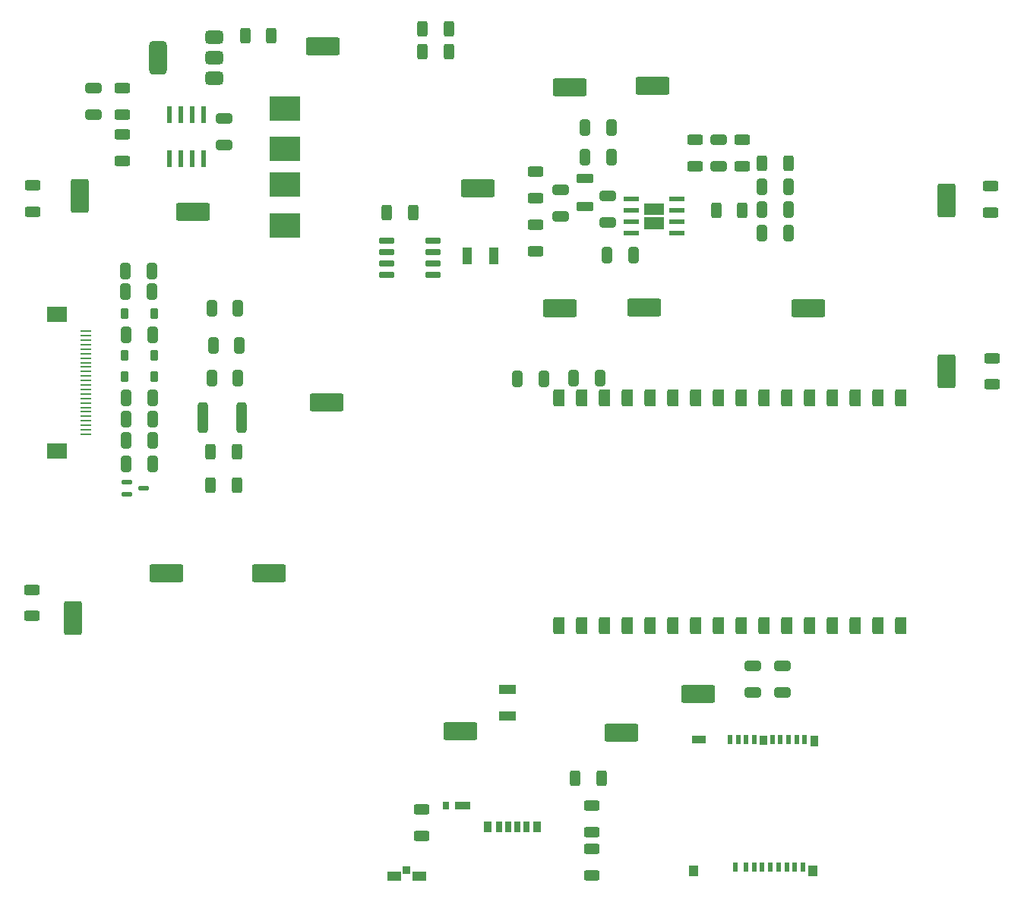
<source format=gbr>
%TF.GenerationSoftware,KiCad,Pcbnew,9.0.7*%
%TF.CreationDate,2026-02-12T15:19:17-05:00*%
%TF.ProjectId,OSHE-Reader-PCB,4f534845-2d52-4656-9164-65722d504342,rev?*%
%TF.SameCoordinates,Original*%
%TF.FileFunction,Paste,Bot*%
%TF.FilePolarity,Positive*%
%FSLAX46Y46*%
G04 Gerber Fmt 4.6, Leading zero omitted, Abs format (unit mm)*
G04 Created by KiCad (PCBNEW 9.0.7) date 2026-02-12 15:19:17*
%MOMM*%
%LPD*%
G01*
G04 APERTURE LIST*
G04 Aperture macros list*
%AMRoundRect*
0 Rectangle with rounded corners*
0 $1 Rounding radius*
0 $2 $3 $4 $5 $6 $7 $8 $9 X,Y pos of 4 corners*
0 Add a 4 corners polygon primitive as box body*
4,1,4,$2,$3,$4,$5,$6,$7,$8,$9,$2,$3,0*
0 Add four circle primitives for the rounded corners*
1,1,$1+$1,$2,$3*
1,1,$1+$1,$4,$5*
1,1,$1+$1,$6,$7*
1,1,$1+$1,$8,$9*
0 Add four rect primitives between the rounded corners*
20,1,$1+$1,$2,$3,$4,$5,0*
20,1,$1+$1,$4,$5,$6,$7,0*
20,1,$1+$1,$6,$7,$8,$9,0*
20,1,$1+$1,$8,$9,$2,$3,0*%
G04 Aperture macros list end*
%ADD10C,0.000000*%
%ADD11RoundRect,0.250000X0.625000X-0.312500X0.625000X0.312500X-0.625000X0.312500X-0.625000X-0.312500X0*%
%ADD12RoundRect,0.250000X-0.325000X-0.650000X0.325000X-0.650000X0.325000X0.650000X-0.325000X0.650000X0*%
%ADD13RoundRect,0.250000X-0.312500X-0.625000X0.312500X-0.625000X0.312500X0.625000X-0.312500X0.625000X0*%
%ADD14RoundRect,0.250000X0.650000X-0.325000X0.650000X0.325000X-0.650000X0.325000X-0.650000X-0.325000X0*%
%ADD15RoundRect,0.250000X0.325000X0.650000X-0.325000X0.650000X-0.325000X-0.650000X0.325000X-0.650000X0*%
%ADD16RoundRect,0.250000X-1.650000X-0.750000X1.650000X-0.750000X1.650000X0.750000X-1.650000X0.750000X0*%
%ADD17RoundRect,0.250000X-0.625000X0.312500X-0.625000X-0.312500X0.625000X-0.312500X0.625000X0.312500X0*%
%ADD18R,1.295400X0.254000*%
%ADD19R,2.209800X1.803400*%
%ADD20RoundRect,0.250000X-0.650000X0.325000X-0.650000X-0.325000X0.650000X-0.325000X0.650000X0.325000X0*%
%ADD21RoundRect,0.250000X-0.750000X1.650000X-0.750000X-1.650000X0.750000X-1.650000X0.750000X1.650000X0*%
%ADD22RoundRect,0.250000X1.650000X0.750000X-1.650000X0.750000X-1.650000X-0.750000X1.650000X-0.750000X0*%
%ADD23RoundRect,0.250000X0.700000X-0.275000X0.700000X0.275000X-0.700000X0.275000X-0.700000X-0.275000X0*%
%ADD24RoundRect,0.225000X0.225000X0.375000X-0.225000X0.375000X-0.225000X-0.375000X0.225000X-0.375000X0*%
%ADD25R,3.429000X2.819400*%
%ADD26R,0.990600X1.905000*%
%ADD27RoundRect,0.250000X0.312500X0.625000X-0.312500X0.625000X-0.312500X-0.625000X0.312500X-0.625000X0*%
%ADD28R,1.905000X0.990600*%
%ADD29R,1.803400X0.838200*%
%ADD30R,0.711200X0.838200*%
%ADD31R,1.816100X0.558800*%
%ADD32RoundRect,0.375000X0.625000X0.375000X-0.625000X0.375000X-0.625000X-0.375000X0.625000X-0.375000X0*%
%ADD33RoundRect,0.500000X0.500000X1.400000X-0.500000X1.400000X-0.500000X-1.400000X0.500000X-1.400000X0*%
%ADD34RoundRect,0.150000X-0.725000X-0.150000X0.725000X-0.150000X0.725000X0.150000X-0.725000X0.150000X0*%
%ADD35RoundRect,0.225000X-0.225000X-0.375000X0.225000X-0.375000X0.225000X0.375000X-0.225000X0.375000X0*%
%ADD36R,0.711200X1.193800*%
%ADD37R,0.762000X1.193800*%
%ADD38R,0.812800X1.193800*%
%ADD39R,0.558800X1.981200*%
%ADD40RoundRect,0.250000X0.312500X1.450000X-0.312500X1.450000X-0.312500X-1.450000X0.312500X-1.450000X0*%
%ADD41RoundRect,0.190500X-0.444500X0.762000X-0.444500X-0.762000X0.444500X-0.762000X0.444500X0.762000X0*%
%ADD42RoundRect,0.125000X-0.487500X-0.125000X0.487500X-0.125000X0.487500X0.125000X-0.487500X0.125000X0*%
%ADD43R,0.609600X0.990600*%
%ADD44R,0.889000X1.295400*%
%ADD45R,0.812800X1.092200*%
%ADD46R,1.498600X0.889000*%
%ADD47R,1.092200X1.295400*%
%ADD48R,1.498600X0.990600*%
%ADD49R,0.889000X0.889000*%
G04 APERTURE END LIST*
D10*
%TO.C,U3*%
G36*
X106876745Y-105241100D02*
G01*
X104689145Y-105241100D01*
X104689145Y-103891700D01*
X106876745Y-103891700D01*
X106876745Y-105241100D01*
G37*
G36*
X106876745Y-106790500D02*
G01*
X104689145Y-106790500D01*
X104689145Y-105441100D01*
X106876745Y-105441100D01*
X106876745Y-106790500D01*
G37*
%TD*%
D11*
%TO.C,R17*%
X143432900Y-124091550D03*
X143432900Y-121166550D03*
%TD*%
D12*
%TO.C,C18*%
X46944373Y-130347939D03*
X49894373Y-130347939D03*
%TD*%
%TO.C,C15*%
X56608450Y-119732900D03*
X59558450Y-119732900D03*
%TD*%
D13*
%TO.C,R20*%
X56324050Y-135342900D03*
X59249050Y-135342900D03*
%TD*%
%TO.C,R5*%
X60192500Y-85195000D03*
X63117500Y-85195000D03*
%TD*%
D14*
%TO.C,C9*%
X112931726Y-99800000D03*
X112931726Y-96850000D03*
%TD*%
D15*
%TO.C,C12*%
X93500000Y-123475000D03*
X90550000Y-123475000D03*
%TD*%
D12*
%TO.C,C4*%
X100504228Y-109675000D03*
X103454228Y-109675000D03*
%TD*%
D16*
%TO.C,TP_CIPO1*%
X122975000Y-115625000D03*
%TD*%
D17*
%TO.C,R23*%
X79867100Y-171500950D03*
X79867100Y-174425950D03*
%TD*%
D18*
%TO.C,J3*%
X42429000Y-129674201D03*
X42429000Y-129174202D03*
X42429000Y-128674201D03*
X42429000Y-128174202D03*
X42429000Y-127674200D03*
X42429000Y-127174201D03*
X42429000Y-126674202D03*
X42429000Y-126174201D03*
X42429000Y-125674202D03*
X42429000Y-125174203D03*
X42429000Y-124674201D03*
X42429000Y-124174202D03*
X42429000Y-123674200D03*
X42429000Y-123174202D03*
X42429000Y-122674203D03*
X42429000Y-122174201D03*
X42429000Y-121674202D03*
X42429000Y-121174200D03*
X42429000Y-120674201D03*
X42429000Y-120174202D03*
X42429000Y-119674201D03*
X42429000Y-119174202D03*
X42429000Y-118674200D03*
X42429000Y-118174201D03*
D19*
X39177800Y-116278800D03*
X39177800Y-131569600D03*
%TD*%
D20*
%TO.C,C2*%
X43275000Y-91075000D03*
X43275000Y-94025000D03*
%TD*%
D16*
%TO.C,TP_COPI1*%
X104625000Y-115575000D03*
%TD*%
D15*
%TO.C,C14*%
X59391550Y-123417100D03*
X56441550Y-123417100D03*
%TD*%
D21*
%TO.C,TP_UP1*%
X41775000Y-103125000D03*
%TD*%
D14*
%TO.C,C8*%
X95343640Y-105387009D03*
X95343640Y-102437009D03*
%TD*%
D12*
%TO.C,C23*%
X46858100Y-111432900D03*
X49808100Y-111432900D03*
%TD*%
%TO.C,C19*%
X46944373Y-127997939D03*
X49894373Y-127997939D03*
%TD*%
D21*
%TO.C,TP_DOWN1*%
X40975000Y-150125000D03*
%TD*%
D16*
%TO.C,TP_EP_RESET1*%
X69275000Y-126125000D03*
%TD*%
D22*
%TO.C,TP_HOME1*%
X102125000Y-162925000D03*
%TD*%
D16*
%TO.C,TP_EP_CS1*%
X51375000Y-145125000D03*
%TD*%
D12*
%TO.C,C22*%
X46858100Y-113782900D03*
X49808100Y-113782900D03*
%TD*%
D14*
%TO.C,C25*%
X116725000Y-158450000D03*
X116725000Y-155500000D03*
%TD*%
D21*
%TO.C,TP_RIGHT1*%
X138325000Y-122625000D03*
%TD*%
D15*
%TO.C,C10*%
X100979226Y-95425000D03*
X98029226Y-95425000D03*
%TD*%
D23*
%TO.C,L1*%
X98004228Y-104310000D03*
X98004228Y-101160000D03*
%TD*%
D12*
%TO.C,C13*%
X96750000Y-123425000D03*
X99700000Y-123425000D03*
%TD*%
D17*
%TO.C,R21*%
X46455000Y-91087500D03*
X46455000Y-94012500D03*
%TD*%
D15*
%TO.C,C11*%
X100979226Y-98775000D03*
X98029226Y-98775000D03*
%TD*%
D24*
%TO.C,D3*%
X50029470Y-120907548D03*
X46729470Y-120907548D03*
%TD*%
D22*
%TO.C,TP_VBUS1*%
X84125000Y-162775000D03*
%TD*%
D25*
%TO.C,R_{SNS}2*%
X64575000Y-97847900D03*
X64575000Y-93352100D03*
%TD*%
D22*
%TO.C,TP_BAT_STAT1*%
X54375000Y-104875000D03*
%TD*%
D26*
%TO.C,F2*%
X84926400Y-109800000D03*
X87923600Y-109800000D03*
%TD*%
D12*
%TO.C,C21*%
X46888421Y-118548452D03*
X49838421Y-118548452D03*
%TD*%
D22*
%TO.C,TP_BAT+1*%
X68875000Y-86425000D03*
%TD*%
D13*
%TO.C,R6*%
X75987500Y-104950000D03*
X78912500Y-104950000D03*
%TD*%
D17*
%TO.C,R12*%
X115544226Y-96862500D03*
X115544226Y-99787500D03*
%TD*%
D22*
%TO.C,TP_VIN1*%
X86125000Y-102225000D03*
%TD*%
D27*
%TO.C,R4*%
X82852500Y-87035000D03*
X79927500Y-87035000D03*
%TD*%
D11*
%TO.C,R7*%
X92514226Y-109257500D03*
X92514226Y-106332500D03*
%TD*%
D22*
%TO.C,TP_SD_CS1*%
X110675000Y-158625000D03*
%TD*%
%TO.C,TP_GND1*%
X105550000Y-90825000D03*
%TD*%
D16*
%TO.C,TP_SCK1*%
X95225000Y-115625000D03*
%TD*%
D11*
%TO.C,R11*%
X110319226Y-99787500D03*
X110319226Y-96862500D03*
%TD*%
D28*
%TO.C,F1*%
X89422949Y-161098400D03*
X89422949Y-158101200D03*
%TD*%
D29*
%TO.C,CR1*%
X84377051Y-171046799D03*
D30*
X82535551Y-171046799D03*
%TD*%
D31*
%TO.C,U3*%
X103236595Y-107246100D03*
X103236595Y-105976100D03*
X103236595Y-104706100D03*
X103236595Y-103436100D03*
X108329295Y-103436100D03*
X108329295Y-104706100D03*
X108329295Y-105976100D03*
X108329295Y-107246100D03*
%TD*%
D14*
%TO.C,C24*%
X120075000Y-158450000D03*
X120075000Y-155500000D03*
%TD*%
D12*
%TO.C,C17*%
X46950000Y-132975000D03*
X49900000Y-132975000D03*
%TD*%
D17*
%TO.C,R1*%
X98805000Y-171112500D03*
X98805000Y-174037500D03*
%TD*%
%TO.C,R2*%
X98805000Y-175922500D03*
X98805000Y-178847500D03*
%TD*%
D12*
%TO.C,C20*%
X46944373Y-125647939D03*
X49894373Y-125647939D03*
%TD*%
%TO.C,C5*%
X117780596Y-107216738D03*
X120730596Y-107216738D03*
%TD*%
D32*
%TO.C,Q1*%
X56750000Y-85362500D03*
X56750000Y-87662500D03*
X56750000Y-89962500D03*
D33*
X50450000Y-87662500D03*
%TD*%
D34*
%TO.C,U2*%
X75975000Y-111855000D03*
X75975000Y-110585000D03*
X75975000Y-109315000D03*
X75975000Y-108045000D03*
X81125000Y-108045000D03*
X81125000Y-109315000D03*
X81125000Y-110585000D03*
X81125000Y-111855000D03*
%TD*%
D17*
%TO.C,R14*%
X36529050Y-101900400D03*
X36529050Y-104825400D03*
%TD*%
D35*
%TO.C,D2*%
X46732486Y-123274467D03*
X50032486Y-123274467D03*
%TD*%
D36*
%TO.C,J1*%
X90499999Y-173465599D03*
D37*
X88480000Y-173465599D03*
D38*
X87250000Y-173465599D03*
D36*
X89500001Y-173465599D03*
D37*
X91519936Y-173465716D03*
D38*
X92749936Y-173465716D03*
%TD*%
D13*
%TO.C,R19*%
X56324050Y-131652900D03*
X59249050Y-131652900D03*
%TD*%
D11*
%TO.C,R8*%
X92548756Y-103311169D03*
X92548756Y-100386169D03*
%TD*%
D17*
%TO.C,R16*%
X143257100Y-102008450D03*
X143257100Y-104933450D03*
%TD*%
D16*
%TO.C,TP_EP_D/C1*%
X62825000Y-145125000D03*
%TD*%
D17*
%TO.C,R22*%
X46455000Y-96252500D03*
X46455000Y-99177500D03*
%TD*%
D39*
%TO.C,U1*%
X55530000Y-98913800D03*
X54260000Y-98913800D03*
X52990000Y-98913800D03*
X51720000Y-98913800D03*
X51720000Y-93986200D03*
X52990000Y-93986200D03*
X54260000Y-93986200D03*
X55530000Y-93986200D03*
%TD*%
D22*
%TO.C,TP_3V3*%
X96375000Y-90975000D03*
%TD*%
D13*
%TO.C,R13*%
X117783861Y-99448514D03*
X120708861Y-99448514D03*
%TD*%
D25*
%TO.C,R_{SNS}1*%
X64575000Y-106347900D03*
X64575000Y-101852100D03*
%TD*%
D17*
%TO.C,R15*%
X36447100Y-147008450D03*
X36447100Y-149933450D03*
%TD*%
D40*
%TO.C,L2*%
X59754050Y-127782900D03*
X55479050Y-127782900D03*
%TD*%
D12*
%TO.C,C16*%
X56441550Y-115617100D03*
X59391550Y-115617100D03*
%TD*%
D20*
%TO.C,C1*%
X57825000Y-94475000D03*
X57825000Y-97425000D03*
%TD*%
D41*
%TO.C,U4*%
X95140000Y-125640000D03*
X97680000Y-125640000D03*
X100220000Y-125640000D03*
X102760000Y-125640000D03*
X105300000Y-125640000D03*
X107840000Y-125640000D03*
X110380000Y-125640000D03*
X112920000Y-125640000D03*
X115460000Y-125640000D03*
X118000000Y-125640000D03*
X120540000Y-125640000D03*
X123080000Y-125640000D03*
X125620000Y-125640000D03*
X128160000Y-125640000D03*
X130700000Y-125640000D03*
X133240000Y-125640000D03*
X95140000Y-151000000D03*
X97680000Y-151000000D03*
X100220000Y-151000000D03*
X102760000Y-151000000D03*
X105300000Y-151000000D03*
X107840000Y-151000000D03*
X110380000Y-151000000D03*
X112920000Y-151000000D03*
X115460000Y-151000000D03*
X118000000Y-151000000D03*
X123080000Y-151000000D03*
X120540000Y-151000000D03*
X125620000Y-151000000D03*
X128160000Y-151000000D03*
X130700000Y-151000000D03*
X133240000Y-151000000D03*
%TD*%
D14*
%TO.C,C3*%
X100604228Y-106075000D03*
X100604228Y-103125000D03*
%TD*%
D42*
%TO.C,Q2*%
X47012500Y-136325000D03*
X47012500Y-135025000D03*
X48887500Y-135675000D03*
%TD*%
D12*
%TO.C,C7*%
X117773327Y-102039599D03*
X120723327Y-102039599D03*
%TD*%
%TO.C,C6*%
X117773327Y-104639599D03*
X120723327Y-104639599D03*
%TD*%
D43*
%TO.C,J2*%
X114233800Y-163730000D03*
X115133801Y-163730000D03*
X116033799Y-163730000D03*
X116933800Y-163730000D03*
X118933800Y-163730000D03*
X120733800Y-163730000D03*
X121633800Y-163730000D03*
X122533800Y-163730000D03*
X114833800Y-177930001D03*
X116893800Y-177930001D03*
X117803800Y-177930001D03*
X118713800Y-177930001D03*
X119623800Y-177930001D03*
X120533800Y-177930001D03*
X121443800Y-177930001D03*
X122353800Y-177930001D03*
X115983800Y-177930001D03*
X119833800Y-163730000D03*
D44*
X123583800Y-163880000D03*
D45*
X117983800Y-163780000D03*
D46*
X110733800Y-163680000D03*
D47*
X123483800Y-178330001D03*
X110183800Y-178330001D03*
%TD*%
D24*
%TO.C,D1*%
X50003450Y-116175000D03*
X46703450Y-116175000D03*
%TD*%
D21*
%TO.C,TP_LEFT1*%
X138375000Y-103625000D03*
%TD*%
D13*
%TO.C,R18*%
X96970400Y-168058450D03*
X99895400Y-168058450D03*
%TD*%
D48*
%TO.C,LED1*%
X76756300Y-178935100D03*
D49*
X78153300Y-178274700D03*
D48*
X79550300Y-178935100D03*
%TD*%
D13*
%TO.C,R9*%
X112655827Y-104659599D03*
X115580827Y-104659599D03*
%TD*%
%TO.C,R3*%
X79937500Y-84475000D03*
X82862500Y-84475000D03*
%TD*%
M02*

</source>
